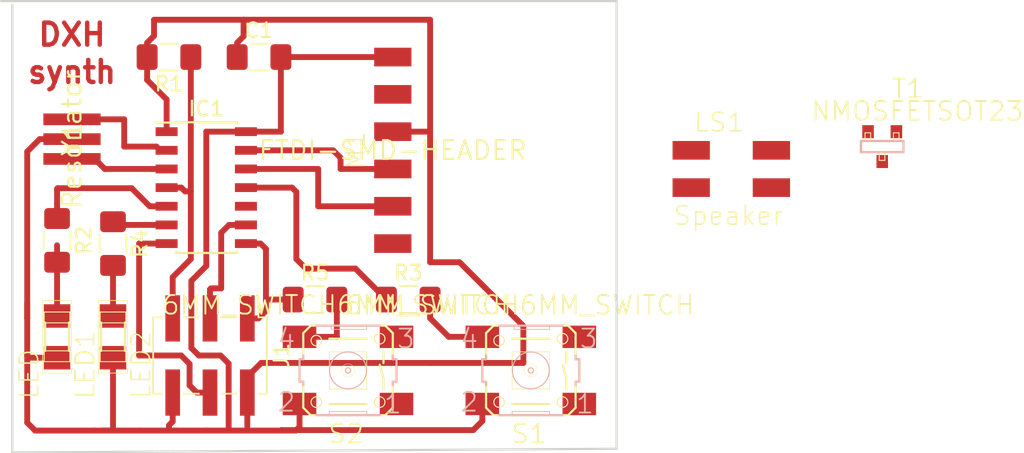
<source format=kicad_pcb>
(kicad_pcb (version 20171130) (host pcbnew 5.0.1)

  (general
    (thickness 1.6)
    (drawings 6)
    (tracks 130)
    (zones 0)
    (modules 16)
    (nets 26)
  )

  (page A4)
  (layers
    (0 F.Cu signal)
    (31 B.Cu signal)
    (32 B.Adhes user)
    (33 F.Adhes user)
    (34 B.Paste user)
    (35 F.Paste user)
    (36 B.SilkS user)
    (37 F.SilkS user)
    (38 B.Mask user)
    (39 F.Mask user hide)
    (40 Dwgs.User user)
    (41 Cmts.User user)
    (42 Eco1.User user)
    (43 Eco2.User user)
    (44 Edge.Cuts user)
    (45 Margin user)
    (46 B.CrtYd user)
    (47 F.CrtYd user)
    (48 B.Fab user)
    (49 F.Fab user)
  )

  (setup
    (last_trace_width 0.4)
    (trace_clearance 0.45)
    (zone_clearance 0.508)
    (zone_45_only no)
    (trace_min 0.2)
    (segment_width 0.2)
    (edge_width 0.15)
    (via_size 0.8)
    (via_drill 0.4)
    (via_min_size 0.4)
    (via_min_drill 0.3)
    (uvia_size 0.3)
    (uvia_drill 0.1)
    (uvias_allowed no)
    (uvia_min_size 0.2)
    (uvia_min_drill 0.1)
    (pcb_text_width 0.3)
    (pcb_text_size 1.5 1.5)
    (mod_edge_width 0.15)
    (mod_text_size 1 1)
    (mod_text_width 0.15)
    (pad_size 1.524 1.524)
    (pad_drill 0.762)
    (pad_to_mask_clearance 0.2)
    (solder_mask_min_width 0.25)
    (aux_axis_origin 0 0)
    (visible_elements 7FFFFFFF)
    (pcbplotparams
      (layerselection 0x010fc_ffffffff)
      (usegerberextensions false)
      (usegerberattributes false)
      (usegerberadvancedattributes false)
      (creategerberjobfile false)
      (excludeedgelayer true)
      (linewidth 0.100000)
      (plotframeref false)
      (viasonmask false)
      (mode 1)
      (useauxorigin false)
      (hpglpennumber 1)
      (hpglpenspeed 20)
      (hpglpendiameter 15.000000)
      (psnegative false)
      (psa4output false)
      (plotreference true)
      (plotvalue true)
      (plotinvisibletext false)
      (padsonsilk false)
      (subtractmaskfromsilk false)
      (outputformat 1)
      (mirror false)
      (drillshape 1)
      (scaleselection 1)
      (outputdirectory "./"))
  )

  (net 0 "")
  (net 1 +5V)
  (net 2 "Net-(IC1-Pad2)")
  (net 3 "Net-(IC1-Pad3)")
  (net 4 "Net-(IC1-Pad4)")
  (net 5 /LED1)
  (net 6 /SWITCH)
  (net 7 /MOSI)
  (net 8 /MISO)
  (net 9 /SCK)
  (net 10 "Net-(IC1-Pad10)")
  (net 11 "Net-(IC1-Pad12)")
  (net 12 "Net-(IC1-Pad13)")
  (net 13 "Net-(LED1-Pad1)")
  (net 14 "Net-(M1-Pad2)")
  (net 15 "Net-(M1-Pad6)")
  (net 16 "Net-(S1-Pad1)")
  (net 17 "Net-(S1-Pad3)")
  (net 18 "Net-(R3-Pad2)")
  (net 19 /LED2)
  (net 20 "Net-(LED2-Pad1)")
  (net 21 "Net-(R5-Pad2)")
  (net 22 "Net-(S2-Pad1)")
  (net 23 "Net-(S2-Pad3)")
  (net 24 "Net-(LS1-Pad1)")
  (net 25 "Net-(T1-Pad3)")

  (net_class Default "This is the default net class."
    (clearance 0.45)
    (trace_width 0.4)
    (via_dia 0.8)
    (via_drill 0.4)
    (uvia_dia 0.3)
    (uvia_drill 0.1)
    (diff_pair_gap 0.25)
    (diff_pair_width 0.4)
    (add_net +5V)
    (add_net /LED1)
    (add_net /LED2)
    (add_net /MISO)
    (add_net /MOSI)
    (add_net /SCK)
    (add_net /SWITCH)
    (add_net "Net-(IC1-Pad10)")
    (add_net "Net-(IC1-Pad12)")
    (add_net "Net-(IC1-Pad13)")
    (add_net "Net-(IC1-Pad2)")
    (add_net "Net-(IC1-Pad3)")
    (add_net "Net-(IC1-Pad4)")
    (add_net "Net-(LED1-Pad1)")
    (add_net "Net-(LED2-Pad1)")
    (add_net "Net-(LS1-Pad1)")
    (add_net "Net-(M1-Pad2)")
    (add_net "Net-(M1-Pad6)")
    (add_net "Net-(R3-Pad2)")
    (add_net "Net-(R5-Pad2)")
    (add_net "Net-(S1-Pad1)")
    (add_net "Net-(S1-Pad3)")
    (add_net "Net-(S2-Pad1)")
    (add_net "Net-(S2-Pad3)")
    (add_net "Net-(T1-Pad3)")
  )

  (module fab:fab-6MM_SWITCH (layer F.Cu) (tedit 200000) (tstamp 5BC2ACC3)
    (at 75.438 74.676 180)
    (descr "OMRON SWITCH")
    (tags "OMRON SWITCH")
    (path /5BB7076B)
    (attr smd)
    (fp_text reference S1 (at 0.127 -4.318 180) (layer F.SilkS)
      (effects (font (size 1.27 1.27) (thickness 0.127)))
    )
    (fp_text value 6MM_SWITCH6MM_SWITCH (at 0.762 4.445 180) (layer F.SilkS)
      (effects (font (size 1.27 1.27) (thickness 0.127)))
    )
    (fp_line (start 3.302 0.762) (end 3.048 0.762) (layer B.SilkS) (width 0.1524))
    (fp_line (start 3.302 0.762) (end 3.302 -0.762) (layer B.SilkS) (width 0.1524))
    (fp_line (start 3.048 -0.762) (end 3.302 -0.762) (layer B.SilkS) (width 0.1524))
    (fp_line (start 3.048 -1.016) (end 3.048 -2.54) (layer F.SilkS) (width 0.1524))
    (fp_line (start -3.302 -0.762) (end -3.048 -0.762) (layer B.SilkS) (width 0.1524))
    (fp_line (start -3.302 -0.762) (end -3.302 0.762) (layer B.SilkS) (width 0.1524))
    (fp_line (start -3.048 0.762) (end -3.302 0.762) (layer B.SilkS) (width 0.1524))
    (fp_line (start 3.048 -2.54) (end 2.54 -3.048) (layer F.SilkS) (width 0.1524))
    (fp_line (start 2.54 3.048) (end 3.048 2.54) (layer F.SilkS) (width 0.1524))
    (fp_line (start 3.048 2.54) (end 3.048 1.016) (layer F.SilkS) (width 0.1524))
    (fp_line (start -2.54 -3.048) (end -3.048 -2.54) (layer F.SilkS) (width 0.1524))
    (fp_line (start -3.048 -2.54) (end -3.048 -1.016) (layer F.SilkS) (width 0.1524))
    (fp_line (start -2.54 3.048) (end -3.048 2.54) (layer F.SilkS) (width 0.1524))
    (fp_line (start -3.048 2.54) (end -3.048 1.016) (layer F.SilkS) (width 0.1524))
    (fp_line (start -1.27 -1.27) (end -1.27 1.27) (layer F.SilkS) (width 0.0508))
    (fp_line (start 1.27 1.27) (end -1.27 1.27) (layer F.SilkS) (width 0.0508))
    (fp_line (start 1.27 1.27) (end 1.27 -1.27) (layer F.SilkS) (width 0.0508))
    (fp_line (start -1.27 -1.27) (end 1.27 -1.27) (layer F.SilkS) (width 0.0508))
    (fp_line (start -1.27 -3.048) (end -1.27 -2.794) (layer B.SilkS) (width 0.0508))
    (fp_line (start 1.27 -2.794) (end -1.27 -2.794) (layer B.SilkS) (width 0.0508))
    (fp_line (start 1.27 -2.794) (end 1.27 -3.048) (layer B.SilkS) (width 0.0508))
    (fp_line (start 1.143 2.794) (end -1.27 2.794) (layer B.SilkS) (width 0.0508))
    (fp_line (start 1.143 2.794) (end 1.143 3.048) (layer B.SilkS) (width 0.0508))
    (fp_line (start -1.27 2.794) (end -1.27 3.048) (layer B.SilkS) (width 0.0508))
    (fp_line (start 2.54 3.048) (end 2.159 3.048) (layer F.SilkS) (width 0.1524))
    (fp_line (start -2.54 3.048) (end -2.159 3.048) (layer F.SilkS) (width 0.1524))
    (fp_line (start -2.159 3.048) (end -1.27 3.048) (layer B.SilkS) (width 0.1524))
    (fp_line (start -2.54 -3.048) (end -2.159 -3.048) (layer F.SilkS) (width 0.1524))
    (fp_line (start 2.54 -3.048) (end 2.159 -3.048) (layer F.SilkS) (width 0.1524))
    (fp_line (start 2.159 -3.048) (end 1.27 -3.048) (layer B.SilkS) (width 0.1524))
    (fp_line (start 1.27 -3.048) (end -1.27 -3.048) (layer B.SilkS) (width 0.1524))
    (fp_line (start -1.27 -3.048) (end -2.159 -3.048) (layer B.SilkS) (width 0.1524))
    (fp_line (start -1.27 3.048) (end 1.143 3.048) (layer B.SilkS) (width 0.1524))
    (fp_line (start 1.143 3.048) (end 2.159 3.048) (layer B.SilkS) (width 0.1524))
    (fp_line (start 3.048 0.762) (end 3.048 1.016) (layer B.SilkS) (width 0.1524))
    (fp_line (start 3.048 -0.762) (end 3.048 -1.016) (layer B.SilkS) (width 0.1524))
    (fp_line (start -3.048 0.762) (end -3.048 1.016) (layer B.SilkS) (width 0.1524))
    (fp_line (start -3.048 -0.762) (end -3.048 -1.016) (layer B.SilkS) (width 0.1524))
    (fp_line (start -1.27 2.159) (end 1.27 2.159) (layer F.SilkS) (width 0.1524))
    (fp_line (start 1.27 -2.286) (end -1.27 -2.286) (layer F.SilkS) (width 0.1524))
    (fp_line (start -2.413 -1.27) (end -2.413 -0.508) (layer F.SilkS) (width 0.1524))
    (fp_line (start -2.413 0.508) (end -2.413 1.27) (layer F.SilkS) (width 0.1524))
    (fp_line (start -2.413 -0.508) (end -2.159 0.381) (layer F.SilkS) (width 0.1524))
    (fp_circle (center 0 0) (end -0.889 0.889) (layer B.SilkS) (width 0.0762))
    (fp_circle (center -2.159 2.159) (end -2.413 2.413) (layer F.SilkS) (width 0.0762))
    (fp_circle (center 2.159 2.032) (end 2.413 2.286) (layer F.SilkS) (width 0.0762))
    (fp_circle (center 2.159 -2.159) (end 2.413 -2.413) (layer F.SilkS) (width 0.0762))
    (fp_circle (center -2.159 -2.159) (end -2.413 -2.413) (layer F.SilkS) (width 0.0762))
    (fp_circle (center 0 0) (end -0.3175 0.3175) (layer F.SilkS) (width 0.0254))
    (fp_circle (center 0 0) (end -0.127 0.127) (layer B.SilkS) (width 0.0762))
    (fp_text user 1 (at -3.683 -2.286 180) (layer B.SilkS)
      (effects (font (size 1.27 1.27) (thickness 0.127)))
    )
    (fp_text user 2 (at 4.191 -2.159 180) (layer B.SilkS)
      (effects (font (size 1.27 1.27) (thickness 0.127)))
    )
    (fp_text user 3 (at -3.937 2.159 180) (layer B.SilkS)
      (effects (font (size 1.27 1.27) (thickness 0.127)))
    )
    (fp_text user 4 (at 4.191 2.159 180) (layer B.SilkS)
      (effects (font (size 1.27 1.27) (thickness 0.127)))
    )
    (pad 1 smd rect (at -3.302 -2.286 180) (size 2.286 1.524) (layers F.Cu F.Paste F.Mask)
      (net 16 "Net-(S1-Pad1)"))
    (pad 2 smd rect (at 3.302 -2.286 180) (size 2.286 1.524) (layers F.Cu F.Paste F.Mask)
      (net 1 +5V))
    (pad 3 smd rect (at -3.302 2.286 180) (size 2.286 1.524) (layers F.Cu F.Paste F.Mask)
      (net 17 "Net-(S1-Pad3)"))
    (pad 4 smd rect (at 3.302 2.286 180) (size 2.286 1.524) (layers F.Cu F.Paste F.Mask)
      (net 18 "Net-(R3-Pad2)"))
  )

  (module Package_SO:SOIC-14_3.9x8.7mm_P1.27mm (layer F.Cu) (tedit 5A02F2D3) (tstamp 5BB6B2C1)
    (at 53.34 62.23)
    (descr "14-Lead Plastic Small Outline (SL) - Narrow, 3.90 mm Body [SOIC] (see Microchip Packaging Specification 00000049BS.pdf)")
    (tags "SOIC 1.27")
    (path /5BB66B58)
    (attr smd)
    (fp_text reference IC1 (at 0 -5.375) (layer F.SilkS)
      (effects (font (size 1 1) (thickness 0.15)))
    )
    (fp_text value t44 (at 0 5.375) (layer F.Fab)
      (effects (font (size 1 1) (thickness 0.15)))
    )
    (fp_text user %R (at 0 0) (layer F.Fab)
      (effects (font (size 0.9 0.9) (thickness 0.135)))
    )
    (fp_line (start -0.95 -4.35) (end 1.95 -4.35) (layer F.Fab) (width 0.15))
    (fp_line (start 1.95 -4.35) (end 1.95 4.35) (layer F.Fab) (width 0.15))
    (fp_line (start 1.95 4.35) (end -1.95 4.35) (layer F.Fab) (width 0.15))
    (fp_line (start -1.95 4.35) (end -1.95 -3.35) (layer F.Fab) (width 0.15))
    (fp_line (start -1.95 -3.35) (end -0.95 -4.35) (layer F.Fab) (width 0.15))
    (fp_line (start -3.7 -4.65) (end -3.7 4.65) (layer F.CrtYd) (width 0.05))
    (fp_line (start 3.7 -4.65) (end 3.7 4.65) (layer F.CrtYd) (width 0.05))
    (fp_line (start -3.7 -4.65) (end 3.7 -4.65) (layer F.CrtYd) (width 0.05))
    (fp_line (start -3.7 4.65) (end 3.7 4.65) (layer F.CrtYd) (width 0.05))
    (fp_line (start -2.075 -4.45) (end -2.075 -4.425) (layer F.SilkS) (width 0.15))
    (fp_line (start 2.075 -4.45) (end 2.075 -4.335) (layer F.SilkS) (width 0.15))
    (fp_line (start 2.075 4.45) (end 2.075 4.335) (layer F.SilkS) (width 0.15))
    (fp_line (start -2.075 4.45) (end -2.075 4.335) (layer F.SilkS) (width 0.15))
    (fp_line (start -2.075 -4.45) (end 2.075 -4.45) (layer F.SilkS) (width 0.15))
    (fp_line (start -2.075 4.45) (end 2.075 4.45) (layer F.SilkS) (width 0.15))
    (fp_line (start -2.075 -4.425) (end -3.45 -4.425) (layer F.SilkS) (width 0.15))
    (pad 1 smd rect (at -2.7 -3.81) (size 1.5 0.6) (layers F.Cu F.Paste F.Mask)
      (net 1 +5V))
    (pad 2 smd rect (at -2.7 -2.54) (size 1.5 0.6) (layers F.Cu F.Paste F.Mask)
      (net 2 "Net-(IC1-Pad2)"))
    (pad 3 smd rect (at -2.7 -1.27) (size 1.5 0.6) (layers F.Cu F.Paste F.Mask)
      (net 3 "Net-(IC1-Pad3)"))
    (pad 4 smd rect (at -2.7 0) (size 1.5 0.6) (layers F.Cu F.Paste F.Mask)
      (net 4 "Net-(IC1-Pad4)"))
    (pad 5 smd rect (at -2.7 1.27) (size 1.5 0.6) (layers F.Cu F.Paste F.Mask)
      (net 5 /LED1))
    (pad 6 smd rect (at -2.7 2.54) (size 1.5 0.6) (layers F.Cu F.Paste F.Mask)
      (net 19 /LED2))
    (pad 7 smd rect (at -2.7 3.81) (size 1.5 0.6) (layers F.Cu F.Paste F.Mask)
      (net 7 /MOSI))
    (pad 8 smd rect (at 2.7 3.81) (size 1.5 0.6) (layers F.Cu F.Paste F.Mask)
      (net 8 /MISO))
    (pad 9 smd rect (at 2.7 2.54) (size 1.5 0.6) (layers F.Cu F.Paste F.Mask)
      (net 9 /SCK))
    (pad 10 smd rect (at 2.7 1.27) (size 1.5 0.6) (layers F.Cu F.Paste F.Mask)
      (net 10 "Net-(IC1-Pad10)"))
    (pad 11 smd rect (at 2.7 0) (size 1.5 0.6) (layers F.Cu F.Paste F.Mask)
      (net 6 /SWITCH))
    (pad 12 smd rect (at 2.7 -1.27) (size 1.5 0.6) (layers F.Cu F.Paste F.Mask)
      (net 11 "Net-(IC1-Pad12)"))
    (pad 13 smd rect (at 2.7 -2.54) (size 1.5 0.6) (layers F.Cu F.Paste F.Mask)
      (net 12 "Net-(IC1-Pad13)"))
    (pad 14 smd rect (at 2.7 -3.81) (size 1.5 0.6) (layers F.Cu F.Paste F.Mask)
      (net 1 +5V))
    (model ${KISYS3DMOD}/Package_SO.3dshapes/SOIC-14_3.9x8.7mm_P1.27mm.wrl
      (at (xyz 0 0 0))
      (scale (xyz 1 1 1))
      (rotate (xyz 0 0 0))
    )
  )

  (module Capacitor_SMD:C_1206_3216Metric_Pad1.42x1.75mm_HandSolder (layer F.Cu) (tedit 5B301BBE) (tstamp 5BC2AC14)
    (at 56.9325 53.34)
    (descr "Capacitor SMD 1206 (3216 Metric), square (rectangular) end terminal, IPC_7351 nominal with elongated pad for handsoldering. (Body size source: http://www.tortai-tech.com/upload/download/2011102023233369053.pdf), generated with kicad-footprint-generator")
    (tags "capacitor handsolder")
    (path /5BB665F6)
    (attr smd)
    (fp_text reference C1 (at 0 -1.82) (layer F.SilkS)
      (effects (font (size 1 1) (thickness 0.15)))
    )
    (fp_text value "1 uF" (at 0 1.82) (layer F.Fab)
      (effects (font (size 1 1) (thickness 0.15)))
    )
    (fp_line (start -1.6 0.8) (end -1.6 -0.8) (layer F.Fab) (width 0.1))
    (fp_line (start -1.6 -0.8) (end 1.6 -0.8) (layer F.Fab) (width 0.1))
    (fp_line (start 1.6 -0.8) (end 1.6 0.8) (layer F.Fab) (width 0.1))
    (fp_line (start 1.6 0.8) (end -1.6 0.8) (layer F.Fab) (width 0.1))
    (fp_line (start -0.602064 -0.91) (end 0.602064 -0.91) (layer F.SilkS) (width 0.12))
    (fp_line (start -0.602064 0.91) (end 0.602064 0.91) (layer F.SilkS) (width 0.12))
    (fp_line (start -2.45 1.12) (end -2.45 -1.12) (layer F.CrtYd) (width 0.05))
    (fp_line (start -2.45 -1.12) (end 2.45 -1.12) (layer F.CrtYd) (width 0.05))
    (fp_line (start 2.45 -1.12) (end 2.45 1.12) (layer F.CrtYd) (width 0.05))
    (fp_line (start 2.45 1.12) (end -2.45 1.12) (layer F.CrtYd) (width 0.05))
    (fp_text user %R (at 0 0) (layer F.Fab)
      (effects (font (size 0.8 0.8) (thickness 0.12)))
    )
    (pad 1 smd roundrect (at -1.4875 0) (size 1.425 1.75) (layers F.Cu F.Paste F.Mask) (roundrect_rratio 0.175439)
      (net 1 +5V))
    (pad 2 smd roundrect (at 1.4875 0) (size 1.425 1.75) (layers F.Cu F.Paste F.Mask) (roundrect_rratio 0.175439)
      (net 1 +5V))
    (model ${KISYS3DMOD}/Capacitor_SMD.3dshapes/C_1206_3216Metric.wrl
      (at (xyz 0 0 0))
      (scale (xyz 1 1 1))
      (rotate (xyz 0 0 0))
    )
  )

  (module Connector_PinHeader_2.54mm:PinHeader_2x03_P2.54mm_Vertical_SMD (layer F.Cu) (tedit 59FED5CC) (tstamp 5BC2AC45)
    (at 53.594 73.66 270)
    (descr "surface-mounted straight pin header, 2x03, 2.54mm pitch, double rows")
    (tags "Surface mounted pin header SMD 2x03 2.54mm double row")
    (path /5BB66480)
    (attr smd)
    (fp_text reference J1 (at 0 -4.87 270) (layer F.SilkS)
      (effects (font (size 1 1) (thickness 0.15)))
    )
    (fp_text value AVR-ISP-6 (at 0 4.87 270) (layer F.Fab)
      (effects (font (size 1 1) (thickness 0.15)))
    )
    (fp_line (start 2.54 3.81) (end -2.54 3.81) (layer F.Fab) (width 0.1))
    (fp_line (start -1.59 -3.81) (end 2.54 -3.81) (layer F.Fab) (width 0.1))
    (fp_line (start -2.54 3.81) (end -2.54 -2.86) (layer F.Fab) (width 0.1))
    (fp_line (start -2.54 -2.86) (end -1.59 -3.81) (layer F.Fab) (width 0.1))
    (fp_line (start 2.54 -3.81) (end 2.54 3.81) (layer F.Fab) (width 0.1))
    (fp_line (start -2.54 -2.86) (end -3.6 -2.86) (layer F.Fab) (width 0.1))
    (fp_line (start -3.6 -2.86) (end -3.6 -2.22) (layer F.Fab) (width 0.1))
    (fp_line (start -3.6 -2.22) (end -2.54 -2.22) (layer F.Fab) (width 0.1))
    (fp_line (start 2.54 -2.86) (end 3.6 -2.86) (layer F.Fab) (width 0.1))
    (fp_line (start 3.6 -2.86) (end 3.6 -2.22) (layer F.Fab) (width 0.1))
    (fp_line (start 3.6 -2.22) (end 2.54 -2.22) (layer F.Fab) (width 0.1))
    (fp_line (start -2.54 -0.32) (end -3.6 -0.32) (layer F.Fab) (width 0.1))
    (fp_line (start -3.6 -0.32) (end -3.6 0.32) (layer F.Fab) (width 0.1))
    (fp_line (start -3.6 0.32) (end -2.54 0.32) (layer F.Fab) (width 0.1))
    (fp_line (start 2.54 -0.32) (end 3.6 -0.32) (layer F.Fab) (width 0.1))
    (fp_line (start 3.6 -0.32) (end 3.6 0.32) (layer F.Fab) (width 0.1))
    (fp_line (start 3.6 0.32) (end 2.54 0.32) (layer F.Fab) (width 0.1))
    (fp_line (start -2.54 2.22) (end -3.6 2.22) (layer F.Fab) (width 0.1))
    (fp_line (start -3.6 2.22) (end -3.6 2.86) (layer F.Fab) (width 0.1))
    (fp_line (start -3.6 2.86) (end -2.54 2.86) (layer F.Fab) (width 0.1))
    (fp_line (start 2.54 2.22) (end 3.6 2.22) (layer F.Fab) (width 0.1))
    (fp_line (start 3.6 2.22) (end 3.6 2.86) (layer F.Fab) (width 0.1))
    (fp_line (start 3.6 2.86) (end 2.54 2.86) (layer F.Fab) (width 0.1))
    (fp_line (start -2.6 -3.87) (end 2.6 -3.87) (layer F.SilkS) (width 0.12))
    (fp_line (start -2.6 3.87) (end 2.6 3.87) (layer F.SilkS) (width 0.12))
    (fp_line (start -4.04 -3.3) (end -2.6 -3.3) (layer F.SilkS) (width 0.12))
    (fp_line (start -2.6 -3.87) (end -2.6 -3.3) (layer F.SilkS) (width 0.12))
    (fp_line (start 2.6 -3.87) (end 2.6 -3.3) (layer F.SilkS) (width 0.12))
    (fp_line (start -2.6 3.3) (end -2.6 3.87) (layer F.SilkS) (width 0.12))
    (fp_line (start 2.6 3.3) (end 2.6 3.87) (layer F.SilkS) (width 0.12))
    (fp_line (start -2.6 -1.78) (end -2.6 -0.76) (layer F.SilkS) (width 0.12))
    (fp_line (start 2.6 -1.78) (end 2.6 -0.76) (layer F.SilkS) (width 0.12))
    (fp_line (start -2.6 0.76) (end -2.6 1.78) (layer F.SilkS) (width 0.12))
    (fp_line (start 2.6 0.76) (end 2.6 1.78) (layer F.SilkS) (width 0.12))
    (fp_line (start -5.9 -4.35) (end -5.9 4.35) (layer F.CrtYd) (width 0.05))
    (fp_line (start -5.9 4.35) (end 5.9 4.35) (layer F.CrtYd) (width 0.05))
    (fp_line (start 5.9 4.35) (end 5.9 -4.35) (layer F.CrtYd) (width 0.05))
    (fp_line (start 5.9 -4.35) (end -5.9 -4.35) (layer F.CrtYd) (width 0.05))
    (fp_text user %R (at 0 0) (layer F.Fab)
      (effects (font (size 1 1) (thickness 0.15)))
    )
    (pad 1 smd rect (at -2.525 -2.54 270) (size 3.15 1) (layers F.Cu F.Paste F.Mask)
      (net 8 /MISO))
    (pad 2 smd rect (at 2.525 -2.54 270) (size 3.15 1) (layers F.Cu F.Paste F.Mask)
      (net 1 +5V))
    (pad 3 smd rect (at -2.525 0 270) (size 3.15 1) (layers F.Cu F.Paste F.Mask)
      (net 9 /SCK))
    (pad 4 smd rect (at 2.525 0 270) (size 3.15 1) (layers F.Cu F.Paste F.Mask)
      (net 7 /MOSI))
    (pad 5 smd rect (at -2.525 2.54 270) (size 3.15 1) (layers F.Cu F.Paste F.Mask)
      (net 4 "Net-(IC1-Pad4)"))
    (pad 6 smd rect (at 2.525 2.54 270) (size 3.15 1) (layers F.Cu F.Paste F.Mask)
      (net 1 +5V))
    (model ${KISYS3DMOD}/Connector_PinHeader_2.54mm.3dshapes/PinHeader_2x03_P2.54mm_Vertical_SMD.wrl
      (at (xyz 0 0 0))
      (scale (xyz 1 1 1))
      (rotate (xyz 0 0 0))
    )
  )

  (module fab:fab-LED1206 (layer F.Cu) (tedit 5BB7D3BE) (tstamp 5BC2AC59)
    (at 43.18 72.39 270)
    (descr "LED 1206 PADS (STANDARD PATTERN)")
    (tags "LED 1206 PADS (STANDARD PATTERN)")
    (path /5BB6E9C2)
    (attr smd)
    (fp_text reference LED1 (at 1.905 -1.905 270) (layer F.SilkS)
      (effects (font (size 1.27 1.27) (thickness 0.1016)))
    )
    (fp_text value LED (at 2.54 1.905 270) (layer F.SilkS)
      (effects (font (size 1.27 1.27) (thickness 0.1016)))
    )
    (fp_line (start -1.6891 0.8763) (end -0.9525 0.8763) (layer F.SilkS) (width 0.06604))
    (fp_line (start -0.9525 0.8763) (end -0.9525 -0.8763) (layer F.SilkS) (width 0.06604))
    (fp_line (start -1.6891 -0.8763) (end -0.9525 -0.8763) (layer F.SilkS) (width 0.06604))
    (fp_line (start -1.6891 0.8763) (end -1.6891 -0.8763) (layer F.SilkS) (width 0.06604))
    (fp_line (start 0.9525 0.8763) (end 1.6891 0.8763) (layer F.SilkS) (width 0.06604))
    (fp_line (start 1.6891 0.8763) (end 1.6891 -0.8763) (layer F.SilkS) (width 0.06604))
    (fp_line (start 0.9525 -0.8763) (end 1.6891 -0.8763) (layer F.SilkS) (width 0.06604))
    (fp_line (start 0.9525 0.8763) (end 0.9525 -0.8763) (layer F.SilkS) (width 0.06604))
    (fp_line (start 0.9525 0.8128) (end -0.9652 0.8128) (layer F.SilkS) (width 0.1524))
    (fp_line (start 0.9525 -0.8128) (end -0.9652 -0.8128) (layer F.SilkS) (width 0.1524))
    (fp_line (start -2.47142 -0.98298) (end 2.47142 -0.98298) (layer F.SilkS) (width 0.0508))
    (fp_line (start 2.47142 -0.98298) (end 2.47142 0.98298) (layer F.SilkS) (width 0.0508))
    (fp_line (start 2.47142 0.98298) (end -2.47142 0.98298) (layer F.SilkS) (width 0.0508))
    (fp_line (start -2.47142 0.98298) (end -2.47142 -0.98298) (layer F.SilkS) (width 0.0508))
    (pad 1 smd rect (at -1.41986 0 270) (size 1.59766 1.80086) (layers F.Cu F.Paste F.Mask)
      (net 13 "Net-(LED1-Pad1)"))
    (pad 2 smd rect (at 1.41986 0 270) (size 1.59766 1.80086) (layers F.Cu F.Paste F.Mask)
      (net 1 +5V))
  )

  (module fab:fab-1X06SMD (layer F.Cu) (tedit 200000) (tstamp 5BC2AC63)
    (at 66.04 59.69)
    (path /5BB6A60E)
    (attr smd)
    (fp_text reference M1 (at -2.54 0 90) (layer F.SilkS)
      (effects (font (size 1.27 1.27) (thickness 0.1016)))
    )
    (fp_text value FTDI-SMD-HEADER (at 0 0) (layer F.SilkS)
      (effects (font (size 1.27 1.27) (thickness 0.15)))
    )
    (pad 1 smd rect (at 0 -6.35) (size 2.54 1.27) (layers F.Cu F.Paste F.Mask)
      (net 1 +5V))
    (pad 2 smd rect (at 0 -3.81) (size 2.54 1.27) (layers F.Cu F.Paste F.Mask)
      (net 14 "Net-(M1-Pad2)"))
    (pad 3 smd rect (at 0 -1.27) (size 2.54 1.27) (layers F.Cu F.Paste F.Mask)
      (net 1 +5V))
    (pad 4 smd rect (at 0 1.27) (size 2.54 1.27) (layers F.Cu F.Paste F.Mask)
      (net 12 "Net-(IC1-Pad13)"))
    (pad 5 smd rect (at 0 3.81) (size 2.54 1.27) (layers F.Cu F.Paste F.Mask)
      (net 11 "Net-(IC1-Pad12)"))
    (pad 6 smd rect (at 0 6.35) (size 2.54 1.27) (layers F.Cu F.Paste F.Mask)
      (net 15 "Net-(M1-Pad6)"))
  )

  (module Resistor_SMD:R_1206_3216Metric_Pad1.42x1.75mm_HandSolder (layer F.Cu) (tedit 5B301BBD) (tstamp 5BC2AC74)
    (at 50.8 53.34 180)
    (descr "Resistor SMD 1206 (3216 Metric), square (rectangular) end terminal, IPC_7351 nominal with elongated pad for handsoldering. (Body size source: http://www.tortai-tech.com/upload/download/2011102023233369053.pdf), generated with kicad-footprint-generator")
    (tags "resistor handsolder")
    (path /5BB652E2)
    (attr smd)
    (fp_text reference R1 (at 0 -1.82 180) (layer F.SilkS)
      (effects (font (size 1 1) (thickness 0.15)))
    )
    (fp_text value 10k (at 0 1.82 180) (layer F.Fab)
      (effects (font (size 1 1) (thickness 0.15)))
    )
    (fp_line (start -1.6 0.8) (end -1.6 -0.8) (layer F.Fab) (width 0.1))
    (fp_line (start -1.6 -0.8) (end 1.6 -0.8) (layer F.Fab) (width 0.1))
    (fp_line (start 1.6 -0.8) (end 1.6 0.8) (layer F.Fab) (width 0.1))
    (fp_line (start 1.6 0.8) (end -1.6 0.8) (layer F.Fab) (width 0.1))
    (fp_line (start -0.602064 -0.91) (end 0.602064 -0.91) (layer F.SilkS) (width 0.12))
    (fp_line (start -0.602064 0.91) (end 0.602064 0.91) (layer F.SilkS) (width 0.12))
    (fp_line (start -2.45 1.12) (end -2.45 -1.12) (layer F.CrtYd) (width 0.05))
    (fp_line (start -2.45 -1.12) (end 2.45 -1.12) (layer F.CrtYd) (width 0.05))
    (fp_line (start 2.45 -1.12) (end 2.45 1.12) (layer F.CrtYd) (width 0.05))
    (fp_line (start 2.45 1.12) (end -2.45 1.12) (layer F.CrtYd) (width 0.05))
    (fp_text user %R (at 0 0 180) (layer F.Fab)
      (effects (font (size 0.8 0.8) (thickness 0.12)))
    )
    (pad 1 smd roundrect (at -1.4875 0 180) (size 1.425 1.75) (layers F.Cu F.Paste F.Mask) (roundrect_rratio 0.175439)
      (net 4 "Net-(IC1-Pad4)"))
    (pad 2 smd roundrect (at 1.4875 0 180) (size 1.425 1.75) (layers F.Cu F.Paste F.Mask) (roundrect_rratio 0.175439)
      (net 1 +5V))
    (model ${KISYS3DMOD}/Resistor_SMD.3dshapes/R_1206_3216Metric.wrl
      (at (xyz 0 0 0))
      (scale (xyz 1 1 1))
      (rotate (xyz 0 0 0))
    )
  )

  (module Resistor_SMD:R_1206_3216Metric_Pad1.42x1.75mm_HandSolder (layer F.Cu) (tedit 5B301BBD) (tstamp 5BC2AC85)
    (at 43.18 65.8225 270)
    (descr "Resistor SMD 1206 (3216 Metric), square (rectangular) end terminal, IPC_7351 nominal with elongated pad for handsoldering. (Body size source: http://www.tortai-tech.com/upload/download/2011102023233369053.pdf), generated with kicad-footprint-generator")
    (tags "resistor handsolder")
    (path /5BB6EA41)
    (attr smd)
    (fp_text reference R2 (at 0 -1.82 270) (layer F.SilkS)
      (effects (font (size 1 1) (thickness 0.15)))
    )
    (fp_text value 100k (at 0 1.82 270) (layer F.Fab)
      (effects (font (size 1 1) (thickness 0.15)))
    )
    (fp_text user %R (at 0 0 270) (layer F.Fab)
      (effects (font (size 0.8 0.8) (thickness 0.12)))
    )
    (fp_line (start 2.45 1.12) (end -2.45 1.12) (layer F.CrtYd) (width 0.05))
    (fp_line (start 2.45 -1.12) (end 2.45 1.12) (layer F.CrtYd) (width 0.05))
    (fp_line (start -2.45 -1.12) (end 2.45 -1.12) (layer F.CrtYd) (width 0.05))
    (fp_line (start -2.45 1.12) (end -2.45 -1.12) (layer F.CrtYd) (width 0.05))
    (fp_line (start -0.602064 0.91) (end 0.602064 0.91) (layer F.SilkS) (width 0.12))
    (fp_line (start -0.602064 -0.91) (end 0.602064 -0.91) (layer F.SilkS) (width 0.12))
    (fp_line (start 1.6 0.8) (end -1.6 0.8) (layer F.Fab) (width 0.1))
    (fp_line (start 1.6 -0.8) (end 1.6 0.8) (layer F.Fab) (width 0.1))
    (fp_line (start -1.6 -0.8) (end 1.6 -0.8) (layer F.Fab) (width 0.1))
    (fp_line (start -1.6 0.8) (end -1.6 -0.8) (layer F.Fab) (width 0.1))
    (pad 2 smd roundrect (at 1.4875 0 270) (size 1.425 1.75) (layers F.Cu F.Paste F.Mask) (roundrect_rratio 0.175439)
      (net 13 "Net-(LED1-Pad1)"))
    (pad 1 smd roundrect (at -1.4875 0 270) (size 1.425 1.75) (layers F.Cu F.Paste F.Mask) (roundrect_rratio 0.175439)
      (net 5 /LED1))
    (model ${KISYS3DMOD}/Resistor_SMD.3dshapes/R_1206_3216Metric.wrl
      (at (xyz 0 0 0))
      (scale (xyz 1 1 1))
      (rotate (xyz 0 0 0))
    )
  )

  (module fab:fab-EFOBM (layer F.Cu) (tedit 200000) (tstamp 5BC2ACCA)
    (at 44.196 58.928 270)
    (path /5BB680EC)
    (attr smd)
    (fp_text reference Y1 (at 0 0 270) (layer F.SilkS)
      (effects (font (size 1.27 1.27) (thickness 0.15)))
    )
    (fp_text value Resonator (at 0 0 270) (layer F.SilkS)
      (effects (font (size 1.27 1.27) (thickness 0.15)))
    )
    (pad 1 smd rect (at -1.34874 0) (size 3.8989 0.79756) (layers F.Cu F.Paste F.Mask)
      (net 2 "Net-(IC1-Pad2)"))
    (pad 2 smd rect (at 0 0 180) (size 3.8989 0.79756) (layers F.Cu F.Paste F.Mask)
      (net 1 +5V))
    (pad 3 smd rect (at 1.34874 0 180) (size 3.8989 0.79756) (layers F.Cu F.Paste F.Mask)
      (net 3 "Net-(IC1-Pad3)"))
  )

  (module Resistor_SMD:R_1206_3216Metric_Pad1.42x1.75mm_HandSolder (layer F.Cu) (tedit 5B301BBD) (tstamp 5BC3EBBF)
    (at 67.0925 69.85)
    (descr "Resistor SMD 1206 (3216 Metric), square (rectangular) end terminal, IPC_7351 nominal with elongated pad for handsoldering. (Body size source: http://www.tortai-tech.com/upload/download/2011102023233369053.pdf), generated with kicad-footprint-generator")
    (tags "resistor handsolder")
    (path /5BB8B977)
    (attr smd)
    (fp_text reference R3 (at 0 -1.82) (layer F.SilkS)
      (effects (font (size 1 1) (thickness 0.15)))
    )
    (fp_text value 100k (at 0 1.82) (layer F.Fab)
      (effects (font (size 1 1) (thickness 0.15)))
    )
    (fp_line (start -1.6 0.8) (end -1.6 -0.8) (layer F.Fab) (width 0.1))
    (fp_line (start -1.6 -0.8) (end 1.6 -0.8) (layer F.Fab) (width 0.1))
    (fp_line (start 1.6 -0.8) (end 1.6 0.8) (layer F.Fab) (width 0.1))
    (fp_line (start 1.6 0.8) (end -1.6 0.8) (layer F.Fab) (width 0.1))
    (fp_line (start -0.602064 -0.91) (end 0.602064 -0.91) (layer F.SilkS) (width 0.12))
    (fp_line (start -0.602064 0.91) (end 0.602064 0.91) (layer F.SilkS) (width 0.12))
    (fp_line (start -2.45 1.12) (end -2.45 -1.12) (layer F.CrtYd) (width 0.05))
    (fp_line (start -2.45 -1.12) (end 2.45 -1.12) (layer F.CrtYd) (width 0.05))
    (fp_line (start 2.45 -1.12) (end 2.45 1.12) (layer F.CrtYd) (width 0.05))
    (fp_line (start 2.45 1.12) (end -2.45 1.12) (layer F.CrtYd) (width 0.05))
    (fp_text user %R (at 0 0) (layer F.Fab)
      (effects (font (size 0.8 0.8) (thickness 0.12)))
    )
    (pad 1 smd roundrect (at -1.4875 0) (size 1.425 1.75) (layers F.Cu F.Paste F.Mask) (roundrect_rratio 0.175439)
      (net 6 /SWITCH))
    (pad 2 smd roundrect (at 1.4875 0) (size 1.425 1.75) (layers F.Cu F.Paste F.Mask) (roundrect_rratio 0.175439)
      (net 18 "Net-(R3-Pad2)"))
    (model ${KISYS3DMOD}/Resistor_SMD.3dshapes/R_1206_3216Metric.wrl
      (at (xyz 0 0 0))
      (scale (xyz 1 1 1))
      (rotate (xyz 0 0 0))
    )
  )

  (module fab:fab-LED1206 (layer F.Cu) (tedit 200000) (tstamp 5BDFDCDD)
    (at 46.99 72.39 270)
    (descr "LED 1206 PADS (STANDARD PATTERN)")
    (tags "LED 1206 PADS (STANDARD PATTERN)")
    (path /5BD4E9C7)
    (attr smd)
    (fp_text reference LED2 (at 1.905 -1.905 270) (layer F.SilkS)
      (effects (font (size 1.27 1.27) (thickness 0.1016)))
    )
    (fp_text value LED (at 2.54 1.905 270) (layer F.SilkS)
      (effects (font (size 1.27 1.27) (thickness 0.1016)))
    )
    (fp_line (start -1.6891 0.8763) (end -0.9525 0.8763) (layer F.SilkS) (width 0.06604))
    (fp_line (start -0.9525 0.8763) (end -0.9525 -0.8763) (layer F.SilkS) (width 0.06604))
    (fp_line (start -1.6891 -0.8763) (end -0.9525 -0.8763) (layer F.SilkS) (width 0.06604))
    (fp_line (start -1.6891 0.8763) (end -1.6891 -0.8763) (layer F.SilkS) (width 0.06604))
    (fp_line (start 0.9525 0.8763) (end 1.6891 0.8763) (layer F.SilkS) (width 0.06604))
    (fp_line (start 1.6891 0.8763) (end 1.6891 -0.8763) (layer F.SilkS) (width 0.06604))
    (fp_line (start 0.9525 -0.8763) (end 1.6891 -0.8763) (layer F.SilkS) (width 0.06604))
    (fp_line (start 0.9525 0.8763) (end 0.9525 -0.8763) (layer F.SilkS) (width 0.06604))
    (fp_line (start 0.9525 0.8128) (end -0.9652 0.8128) (layer F.SilkS) (width 0.1524))
    (fp_line (start 0.9525 -0.8128) (end -0.9652 -0.8128) (layer F.SilkS) (width 0.1524))
    (fp_line (start -2.47142 -0.98298) (end 2.47142 -0.98298) (layer F.SilkS) (width 0.0508))
    (fp_line (start 2.47142 -0.98298) (end 2.47142 0.98298) (layer F.SilkS) (width 0.0508))
    (fp_line (start 2.47142 0.98298) (end -2.47142 0.98298) (layer F.SilkS) (width 0.0508))
    (fp_line (start -2.47142 0.98298) (end -2.47142 -0.98298) (layer F.SilkS) (width 0.0508))
    (pad 1 smd rect (at -1.41986 0 270) (size 1.59766 1.80086) (layers F.Cu F.Paste F.Mask)
      (net 20 "Net-(LED2-Pad1)"))
    (pad 2 smd rect (at 1.41986 0 270) (size 1.59766 1.80086) (layers F.Cu F.Paste F.Mask)
      (net 1 +5V))
  )

  (module Resistor_SMD:R_1206_3216Metric_Pad1.42x1.75mm_HandSolder (layer F.Cu) (tedit 5B301BBD) (tstamp 5BDFDCEE)
    (at 46.99 66.04 270)
    (descr "Resistor SMD 1206 (3216 Metric), square (rectangular) end terminal, IPC_7351 nominal with elongated pad for handsoldering. (Body size source: http://www.tortai-tech.com/upload/download/2011102023233369053.pdf), generated with kicad-footprint-generator")
    (tags "resistor handsolder")
    (path /5BD4E9CE)
    (attr smd)
    (fp_text reference R4 (at 0 -1.82 270) (layer F.SilkS)
      (effects (font (size 1 1) (thickness 0.15)))
    )
    (fp_text value 100k (at 0 1.82 270) (layer F.Fab)
      (effects (font (size 1 1) (thickness 0.15)))
    )
    (fp_line (start -1.6 0.8) (end -1.6 -0.8) (layer F.Fab) (width 0.1))
    (fp_line (start -1.6 -0.8) (end 1.6 -0.8) (layer F.Fab) (width 0.1))
    (fp_line (start 1.6 -0.8) (end 1.6 0.8) (layer F.Fab) (width 0.1))
    (fp_line (start 1.6 0.8) (end -1.6 0.8) (layer F.Fab) (width 0.1))
    (fp_line (start -0.602064 -0.91) (end 0.602064 -0.91) (layer F.SilkS) (width 0.12))
    (fp_line (start -0.602064 0.91) (end 0.602064 0.91) (layer F.SilkS) (width 0.12))
    (fp_line (start -2.45 1.12) (end -2.45 -1.12) (layer F.CrtYd) (width 0.05))
    (fp_line (start -2.45 -1.12) (end 2.45 -1.12) (layer F.CrtYd) (width 0.05))
    (fp_line (start 2.45 -1.12) (end 2.45 1.12) (layer F.CrtYd) (width 0.05))
    (fp_line (start 2.45 1.12) (end -2.45 1.12) (layer F.CrtYd) (width 0.05))
    (fp_text user %R (at 0 0 270) (layer F.Fab)
      (effects (font (size 0.8 0.8) (thickness 0.12)))
    )
    (pad 1 smd roundrect (at -1.4875 0 270) (size 1.425 1.75) (layers F.Cu F.Paste F.Mask) (roundrect_rratio 0.175439)
      (net 19 /LED2))
    (pad 2 smd roundrect (at 1.4875 0 270) (size 1.425 1.75) (layers F.Cu F.Paste F.Mask) (roundrect_rratio 0.175439)
      (net 20 "Net-(LED2-Pad1)"))
    (model ${KISYS3DMOD}/Resistor_SMD.3dshapes/R_1206_3216Metric.wrl
      (at (xyz 0 0 0))
      (scale (xyz 1 1 1))
      (rotate (xyz 0 0 0))
    )
  )

  (module Resistor_SMD:R_1206_3216Metric_Pad1.42x1.75mm_HandSolder (layer F.Cu) (tedit 5B301BBD) (tstamp 5BDFDCFF)
    (at 60.7425 69.85)
    (descr "Resistor SMD 1206 (3216 Metric), square (rectangular) end terminal, IPC_7351 nominal with elongated pad for handsoldering. (Body size source: http://www.tortai-tech.com/upload/download/2011102023233369053.pdf), generated with kicad-footprint-generator")
    (tags "resistor handsolder")
    (path /5BD4F77E)
    (attr smd)
    (fp_text reference R5 (at 0 -1.82) (layer F.SilkS)
      (effects (font (size 1 1) (thickness 0.15)))
    )
    (fp_text value 100k (at 0 1.82) (layer F.Fab)
      (effects (font (size 1 1) (thickness 0.15)))
    )
    (fp_text user %R (at 0 0) (layer F.Fab)
      (effects (font (size 0.8 0.8) (thickness 0.12)))
    )
    (fp_line (start 2.45 1.12) (end -2.45 1.12) (layer F.CrtYd) (width 0.05))
    (fp_line (start 2.45 -1.12) (end 2.45 1.12) (layer F.CrtYd) (width 0.05))
    (fp_line (start -2.45 -1.12) (end 2.45 -1.12) (layer F.CrtYd) (width 0.05))
    (fp_line (start -2.45 1.12) (end -2.45 -1.12) (layer F.CrtYd) (width 0.05))
    (fp_line (start -0.602064 0.91) (end 0.602064 0.91) (layer F.SilkS) (width 0.12))
    (fp_line (start -0.602064 -0.91) (end 0.602064 -0.91) (layer F.SilkS) (width 0.12))
    (fp_line (start 1.6 0.8) (end -1.6 0.8) (layer F.Fab) (width 0.1))
    (fp_line (start 1.6 -0.8) (end 1.6 0.8) (layer F.Fab) (width 0.1))
    (fp_line (start -1.6 -0.8) (end 1.6 -0.8) (layer F.Fab) (width 0.1))
    (fp_line (start -1.6 0.8) (end -1.6 -0.8) (layer F.Fab) (width 0.1))
    (pad 2 smd roundrect (at 1.4875 0) (size 1.425 1.75) (layers F.Cu F.Paste F.Mask) (roundrect_rratio 0.175439)
      (net 21 "Net-(R5-Pad2)"))
    (pad 1 smd roundrect (at -1.4875 0) (size 1.425 1.75) (layers F.Cu F.Paste F.Mask) (roundrect_rratio 0.175439)
      (net 8 /MISO))
    (model ${KISYS3DMOD}/Resistor_SMD.3dshapes/R_1206_3216Metric.wrl
      (at (xyz 0 0 0))
      (scale (xyz 1 1 1))
      (rotate (xyz 0 0 0))
    )
  )

  (module fab:fab-6MM_SWITCH (layer F.Cu) (tedit 200000) (tstamp 5BDFDD3D)
    (at 62.992 74.676 180)
    (descr "OMRON SWITCH")
    (tags "OMRON SWITCH")
    (path /5BD4F771)
    (attr smd)
    (fp_text reference S2 (at 0.127 -4.318 180) (layer F.SilkS)
      (effects (font (size 1.27 1.27) (thickness 0.127)))
    )
    (fp_text value 6MM_SWITCH6MM_SWITCH (at 0.762 4.445 180) (layer F.SilkS)
      (effects (font (size 1.27 1.27) (thickness 0.127)))
    )
    (fp_line (start 3.302 0.762) (end 3.048 0.762) (layer B.SilkS) (width 0.1524))
    (fp_line (start 3.302 0.762) (end 3.302 -0.762) (layer B.SilkS) (width 0.1524))
    (fp_line (start 3.048 -0.762) (end 3.302 -0.762) (layer B.SilkS) (width 0.1524))
    (fp_line (start 3.048 -1.016) (end 3.048 -2.54) (layer F.SilkS) (width 0.1524))
    (fp_line (start -3.302 -0.762) (end -3.048 -0.762) (layer B.SilkS) (width 0.1524))
    (fp_line (start -3.302 -0.762) (end -3.302 0.762) (layer B.SilkS) (width 0.1524))
    (fp_line (start -3.048 0.762) (end -3.302 0.762) (layer B.SilkS) (width 0.1524))
    (fp_line (start 3.048 -2.54) (end 2.54 -3.048) (layer F.SilkS) (width 0.1524))
    (fp_line (start 2.54 3.048) (end 3.048 2.54) (layer F.SilkS) (width 0.1524))
    (fp_line (start 3.048 2.54) (end 3.048 1.016) (layer F.SilkS) (width 0.1524))
    (fp_line (start -2.54 -3.048) (end -3.048 -2.54) (layer F.SilkS) (width 0.1524))
    (fp_line (start -3.048 -2.54) (end -3.048 -1.016) (layer F.SilkS) (width 0.1524))
    (fp_line (start -2.54 3.048) (end -3.048 2.54) (layer F.SilkS) (width 0.1524))
    (fp_line (start -3.048 2.54) (end -3.048 1.016) (layer F.SilkS) (width 0.1524))
    (fp_line (start -1.27 -1.27) (end -1.27 1.27) (layer F.SilkS) (width 0.0508))
    (fp_line (start 1.27 1.27) (end -1.27 1.27) (layer F.SilkS) (width 0.0508))
    (fp_line (start 1.27 1.27) (end 1.27 -1.27) (layer F.SilkS) (width 0.0508))
    (fp_line (start -1.27 -1.27) (end 1.27 -1.27) (layer F.SilkS) (width 0.0508))
    (fp_line (start -1.27 -3.048) (end -1.27 -2.794) (layer B.SilkS) (width 0.0508))
    (fp_line (start 1.27 -2.794) (end -1.27 -2.794) (layer B.SilkS) (width 0.0508))
    (fp_line (start 1.27 -2.794) (end 1.27 -3.048) (layer B.SilkS) (width 0.0508))
    (fp_line (start 1.143 2.794) (end -1.27 2.794) (layer B.SilkS) (width 0.0508))
    (fp_line (start 1.143 2.794) (end 1.143 3.048) (layer B.SilkS) (width 0.0508))
    (fp_line (start -1.27 2.794) (end -1.27 3.048) (layer B.SilkS) (width 0.0508))
    (fp_line (start 2.54 3.048) (end 2.159 3.048) (layer F.SilkS) (width 0.1524))
    (fp_line (start -2.54 3.048) (end -2.159 3.048) (layer F.SilkS) (width 0.1524))
    (fp_line (start -2.159 3.048) (end -1.27 3.048) (layer B.SilkS) (width 0.1524))
    (fp_line (start -2.54 -3.048) (end -2.159 -3.048) (layer F.SilkS) (width 0.1524))
    (fp_line (start 2.54 -3.048) (end 2.159 -3.048) (layer F.SilkS) (width 0.1524))
    (fp_line (start 2.159 -3.048) (end 1.27 -3.048) (layer B.SilkS) (width 0.1524))
    (fp_line (start 1.27 -3.048) (end -1.27 -3.048) (layer B.SilkS) (width 0.1524))
    (fp_line (start -1.27 -3.048) (end -2.159 -3.048) (layer B.SilkS) (width 0.1524))
    (fp_line (start -1.27 3.048) (end 1.143 3.048) (layer B.SilkS) (width 0.1524))
    (fp_line (start 1.143 3.048) (end 2.159 3.048) (layer B.SilkS) (width 0.1524))
    (fp_line (start 3.048 0.762) (end 3.048 1.016) (layer B.SilkS) (width 0.1524))
    (fp_line (start 3.048 -0.762) (end 3.048 -1.016) (layer B.SilkS) (width 0.1524))
    (fp_line (start -3.048 0.762) (end -3.048 1.016) (layer B.SilkS) (width 0.1524))
    (fp_line (start -3.048 -0.762) (end -3.048 -1.016) (layer B.SilkS) (width 0.1524))
    (fp_line (start -1.27 2.159) (end 1.27 2.159) (layer F.SilkS) (width 0.1524))
    (fp_line (start 1.27 -2.286) (end -1.27 -2.286) (layer F.SilkS) (width 0.1524))
    (fp_line (start -2.413 -1.27) (end -2.413 -0.508) (layer F.SilkS) (width 0.1524))
    (fp_line (start -2.413 0.508) (end -2.413 1.27) (layer F.SilkS) (width 0.1524))
    (fp_line (start -2.413 -0.508) (end -2.159 0.381) (layer F.SilkS) (width 0.1524))
    (fp_circle (center 0 0) (end -0.889 0.889) (layer B.SilkS) (width 0.0762))
    (fp_circle (center -2.159 2.159) (end -2.413 2.413) (layer F.SilkS) (width 0.0762))
    (fp_circle (center 2.159 2.032) (end 2.413 2.286) (layer F.SilkS) (width 0.0762))
    (fp_circle (center 2.159 -2.159) (end 2.413 -2.413) (layer F.SilkS) (width 0.0762))
    (fp_circle (center -2.159 -2.159) (end -2.413 -2.413) (layer F.SilkS) (width 0.0762))
    (fp_circle (center 0 0) (end -0.3175 0.3175) (layer F.SilkS) (width 0.0254))
    (fp_circle (center 0 0) (end -0.127 0.127) (layer B.SilkS) (width 0.0762))
    (fp_text user 1 (at -3.048 -2.286 180) (layer B.SilkS)
      (effects (font (size 1.27 1.27) (thickness 0.127)))
    )
    (fp_text user 2 (at 4.191 -2.159 180) (layer B.SilkS)
      (effects (font (size 1.27 1.27) (thickness 0.127)))
    )
    (fp_text user 3 (at -3.937 2.159 180) (layer B.SilkS)
      (effects (font (size 1.27 1.27) (thickness 0.127)))
    )
    (fp_text user 4 (at 4.191 2.159 180) (layer B.SilkS)
      (effects (font (size 1.27 1.27) (thickness 0.127)))
    )
    (pad 1 smd rect (at -3.302 -2.286 180) (size 2.286 1.524) (layers F.Cu F.Paste F.Mask)
      (net 22 "Net-(S2-Pad1)"))
    (pad 2 smd rect (at 3.302 -2.286 180) (size 2.286 1.524) (layers F.Cu F.Paste F.Mask)
      (net 1 +5V))
    (pad 3 smd rect (at -3.302 2.286 180) (size 2.286 1.524) (layers F.Cu F.Paste F.Mask)
      (net 23 "Net-(S2-Pad3)"))
    (pad 4 smd rect (at 3.302 2.286 180) (size 2.286 1.524) (layers F.Cu F.Paste F.Mask)
      (net 21 "Net-(R5-Pad2)"))
  )

  (module fab:fab-2X02SMD (layer F.Cu) (tedit 200000) (tstamp 5BEBE77F)
    (at 88.9 60.96)
    (path /5BD39ECD)
    (attr smd)
    (fp_text reference LS1 (at -0.635 -3.175) (layer F.SilkS)
      (effects (font (size 1.27 1.27) (thickness 0.1016)))
    )
    (fp_text value Speaker (at 0 3.175) (layer F.SilkS)
      (effects (font (size 1.27 1.27) (thickness 0.1016)))
    )
    (pad 1 smd rect (at -2.54 -1.27) (size 2.54 1.27) (layers F.Cu F.Paste F.Mask)
      (net 24 "Net-(LS1-Pad1)"))
    (pad 2 smd rect (at 2.91846 -1.27) (size 2.54 1.27) (layers F.Cu F.Paste F.Mask)
      (net 1 +5V))
    (pad 3 smd rect (at -2.54 1.27) (size 2.54 1.27) (layers F.Cu F.Paste F.Mask))
    (pad 4 smd rect (at 2.91846 1.27) (size 2.54 1.27) (layers F.Cu F.Paste F.Mask))
  )

  (module fab:fab-SOT-23 (layer F.Cu) (tedit 200000) (tstamp 5BEBE796)
    (at 99.3394 59.436)
    (descr "SMALL OUTLINE TRANSISTOR")
    (tags "SMALL OUTLINE TRANSISTOR")
    (path /5BD394C2)
    (attr smd)
    (fp_text reference T1 (at 1.778 -3.937) (layer F.SilkS)
      (effects (font (size 1.27 1.27) (thickness 0.127)))
    )
    (fp_text value NMOSFETSOT23 (at 2.413 -2.413) (layer F.SilkS)
      (effects (font (size 1.27 1.27) (thickness 0.127)))
    )
    (fp_line (start 0.7874 -0.4318) (end 1.1684 -0.4318) (layer F.SilkS) (width 0.06604))
    (fp_line (start 1.1684 -0.4318) (end 1.1684 -0.9398) (layer F.SilkS) (width 0.06604))
    (fp_line (start 0.7874 -0.9398) (end 1.1684 -0.9398) (layer F.SilkS) (width 0.06604))
    (fp_line (start 0.7874 -0.4318) (end 0.7874 -0.9398) (layer F.SilkS) (width 0.06604))
    (fp_line (start -1.143 -0.4318) (end -0.762 -0.4318) (layer F.SilkS) (width 0.06604))
    (fp_line (start -0.762 -0.4318) (end -0.762 -0.9398) (layer F.SilkS) (width 0.06604))
    (fp_line (start -1.143 -0.9398) (end -0.762 -0.9398) (layer F.SilkS) (width 0.06604))
    (fp_line (start -1.143 -0.4318) (end -1.143 -0.9398) (layer F.SilkS) (width 0.06604))
    (fp_line (start -0.1778 0.9398) (end 0.2032 0.9398) (layer F.SilkS) (width 0.06604))
    (fp_line (start 0.2032 0.9398) (end 0.2032 0.4318) (layer F.SilkS) (width 0.06604))
    (fp_line (start -0.1778 0.4318) (end 0.2032 0.4318) (layer F.SilkS) (width 0.06604))
    (fp_line (start -0.1778 0.9398) (end -0.1778 0.4318) (layer F.SilkS) (width 0.06604))
    (fp_line (start -1.4224 -0.381) (end 1.4732 -0.381) (layer B.SilkS) (width 0.1524))
    (fp_line (start 1.4732 -0.381) (end 1.4732 0.381) (layer B.SilkS) (width 0.1524))
    (fp_line (start 1.4732 0.381) (end -1.4224 0.381) (layer B.SilkS) (width 0.1524))
    (fp_line (start -1.4224 0.381) (end -1.4224 -0.381) (layer B.SilkS) (width 0.1524))
    (pad 1 smd rect (at 0.0254 1.016) (size 0.7874 0.889) (layers F.Cu F.Paste F.Mask)
      (net 24 "Net-(LS1-Pad1)"))
    (pad 2 smd rect (at -0.9398 -1.016) (size 0.7874 0.889) (layers F.Cu F.Paste F.Mask)
      (net 1 +5V))
    (pad 3 smd rect (at 0.9906 -1.016) (size 0.7874 0.889) (layers F.Cu F.Paste F.Mask)
      (net 25 "Net-(T1-Pad3)"))
  )

  (gr_text synth (at 44.196 54.356) (layer F.Cu)
    (effects (font (size 1.5 1.5) (thickness 0.3)))
  )
  (gr_line (start 40.132 80.264) (end 40.132 49.784) (layer Edge.Cuts) (width 0.15))
  (gr_line (start 81.28 80.01) (end 40.132 80.264) (layer Edge.Cuts) (width 0.15))
  (gr_line (start 81.28 49.53) (end 81.28 80.01) (layer Edge.Cuts) (width 0.15))
  (gr_line (start 39.37 49.53) (end 81.28 49.53) (layer Edge.Cuts) (width 0.15))
  (gr_text DXH (at 44.196 51.816) (layer F.Cu)
    (effects (font (size 1.5 1.5) (thickness 0.3)))
  )

  (segment (start 55.88 50.8) (end 68.58 50.8) (width 0.4) (layer F.Cu) (net 1))
  (segment (start 55.88 51.93) (end 55.88 50.8) (width 0.4) (layer F.Cu) (net 1))
  (segment (start 68.58 58.42) (end 66.04 58.42) (width 0.4) (layer F.Cu) (net 1))
  (segment (start 55.445 53.34) (end 55.445 52.365) (width 0.4) (layer F.Cu) (net 1))
  (segment (start 68.58 50.8) (end 68.58 58.42) (width 0.4) (layer F.Cu) (net 1))
  (segment (start 55.445 52.365) (end 55.88 51.93) (width 0.4) (layer F.Cu) (net 1))
  (segment (start 49.3125 52.365) (end 49.784 51.8935) (width 0.4) (layer F.Cu) (net 1))
  (segment (start 49.3125 53.34) (end 49.3125 52.365) (width 0.4) (layer F.Cu) (net 1))
  (segment (start 49.784 51.8935) (end 49.784 50.8) (width 0.4) (layer F.Cu) (net 1))
  (segment (start 49.784 50.8) (end 55.88 50.8) (width 0.4) (layer F.Cu) (net 1))
  (segment (start 49.3125 53.34) (end 49.3125 54.9005) (width 0.4) (layer F.Cu) (net 1))
  (segment (start 50.64 56.228) (end 50.64 58.42) (width 0.4) (layer F.Cu) (net 1))
  (segment (start 49.3125 54.9005) (end 50.64 56.228) (width 0.4) (layer F.Cu) (net 1))
  (segment (start 57.076 74.168) (end 56.134 75.11) (width 0.4) (layer F.Cu) (net 1))
  (segment (start 56.134 75.11) (end 56.134 76.185) (width 0.4) (layer F.Cu) (net 1))
  (segment (start 68.58 74.168) (end 57.076 74.168) (width 0.4) (layer F.Cu) (net 1))
  (segment (start 59.2325 53.34) (end 66.04 53.34) (width 0.4) (layer F.Cu) (net 1))
  (segment (start 58.42 53.34) (end 59.2325 53.34) (width 0.4) (layer F.Cu) (net 1))
  (segment (start 58.42 53.34) (end 58.42 58.42) (width 0.4) (layer F.Cu) (net 1))
  (segment (start 41.148 78.232) (end 41.688 78.772) (width 0.4) (layer F.Cu) (net 1))
  (segment (start 46.736 78.772) (end 46.26 78.772) (width 0.4) (layer F.Cu) (net 1))
  (segment (start 44.196 58.928) (end 41.99655 58.928) (width 0.4) (layer F.Cu) (net 1))
  (segment (start 41.148 59.77655) (end 41.148 71.12) (width 0.4) (layer F.Cu) (net 1))
  (segment (start 41.99655 58.928) (end 41.148 59.77655) (width 0.4) (layer F.Cu) (net 1))
  (segment (start 51.054 76.185) (end 51.054 75.11) (width 0.4) (layer F.Cu) (net 1))
  (segment (start 41.148 71.12) (end 41.148 70.104) (width 0.4) (layer F.Cu) (net 1))
  (segment (start 59.69 78.518) (end 59.436 78.772) (width 0.4) (layer F.Cu) (net 1))
  (segment (start 51.308 78.772) (end 53.34 78.772) (width 0.4) (layer F.Cu) (net 1))
  (segment (start 53.34 78.772) (end 54.864 78.772) (width 0.4) (layer F.Cu) (net 1))
  (segment (start 56.04 58.42) (end 58.42 58.42) (width 0.4) (layer F.Cu) (net 1))
  (segment (start 50.8 78.414) (end 50.8 78.772) (width 0.4) (layer F.Cu) (net 1))
  (segment (start 51.054 78.16) (end 50.8 78.414) (width 0.4) (layer F.Cu) (net 1))
  (segment (start 51.054 76.185) (end 51.054 78.16) (width 0.4) (layer F.Cu) (net 1))
  (segment (start 48.768 78.772) (end 50.8 78.772) (width 0.4) (layer F.Cu) (net 1))
  (segment (start 50.8 78.772) (end 51.308 78.772) (width 0.4) (layer F.Cu) (net 1))
  (segment (start 53.34 58.42) (end 56.04 58.42) (width 0.4) (layer F.Cu) (net 1))
  (segment (start 53.34 67.564) (end 53.34 58.42) (width 0.4) (layer F.Cu) (net 1))
  (segment (start 54.864 78.772) (end 54.864 74.209998) (width 0.4) (layer F.Cu) (net 1))
  (segment (start 54.314002 73.66) (end 52.832 73.66) (width 0.4) (layer F.Cu) (net 1))
  (segment (start 52.832 73.66) (end 52.324 73.152) (width 0.4) (layer F.Cu) (net 1))
  (segment (start 54.864 74.209998) (end 54.314002 73.66) (width 0.4) (layer F.Cu) (net 1))
  (segment (start 52.324 73.152) (end 52.324 68.58) (width 0.4) (layer F.Cu) (net 1))
  (segment (start 52.324 68.58) (end 53.34 67.564) (width 0.4) (layer F.Cu) (net 1))
  (segment (start 41.688 78.772) (end 45.72 78.772) (width 0.4) (layer F.Cu) (net 1))
  (segment (start 45.72 78.772) (end 46.736 78.772) (width 0.4) (layer F.Cu) (net 1))
  (segment (start 41.29786 73.80986) (end 41.148 73.66) (width 0.4) (layer F.Cu) (net 1))
  (segment (start 43.18 73.80986) (end 41.29786 73.80986) (width 0.4) (layer F.Cu) (net 1))
  (segment (start 41.148 71.12) (end 41.148 73.66) (width 0.4) (layer F.Cu) (net 1))
  (segment (start 41.148 73.66) (end 41.148 78.232) (width 0.4) (layer F.Cu) (net 1))
  (segment (start 46.99 73.80986) (end 46.99 78.772) (width 0.4) (layer F.Cu) (net 1))
  (segment (start 48.768 78.772) (end 46.99 78.772) (width 0.4) (layer F.Cu) (net 1))
  (segment (start 46.99 78.772) (end 46.736 78.772) (width 0.4) (layer F.Cu) (net 1))
  (segment (start 59.69 78.518) (end 59.69 76.962) (width 0.4) (layer F.Cu) (net 1))
  (segment (start 72.136 78.124) (end 71.52 78.74) (width 0.4) (layer F.Cu) (net 1))
  (segment (start 72.136 76.962) (end 72.136 78.124) (width 0.4) (layer F.Cu) (net 1))
  (segment (start 58.452 78.74) (end 58.42 78.772) (width 0.4) (layer F.Cu) (net 1))
  (segment (start 71.52 78.74) (end 58.452 78.74) (width 0.4) (layer F.Cu) (net 1))
  (segment (start 54.864 78.772) (end 58.42 78.772) (width 0.4) (layer F.Cu) (net 1))
  (segment (start 58.42 78.772) (end 59.436 78.772) (width 0.4) (layer F.Cu) (net 1))
  (segment (start 56.134 78.486) (end 56.134 76.185) (width 0.4) (layer F.Cu) (net 1))
  (segment (start 68.58 58.42) (end 68.58 67.31) (width 0.4) (layer F.Cu) (net 1))
  (segment (start 74.93 71.655002) (end 74.93 74.168) (width 0.4) (layer F.Cu) (net 1))
  (segment (start 70.584998 67.31) (end 74.93 71.655002) (width 0.4) (layer F.Cu) (net 1))
  (segment (start 68.58 67.31) (end 70.584998 67.31) (width 0.4) (layer F.Cu) (net 1))
  (segment (start 68.58 74.168) (end 74.93 74.168) (width 0.4) (layer F.Cu) (net 1))
  (segment (start 50.19 59.69) (end 49.936 59.436) (width 0.4) (layer F.Cu) (net 2))
  (segment (start 50.64 59.69) (end 50.19 59.69) (width 0.4) (layer F.Cu) (net 2))
  (segment (start 49.936 59.436) (end 47.752 59.436) (width 0.4) (layer F.Cu) (net 2))
  (segment (start 47.752 59.436) (end 47.752 57.57926) (width 0.4) (layer F.Cu) (net 2))
  (segment (start 44.196 57.57926) (end 47.752 57.57926) (width 0.4) (layer F.Cu) (net 2))
  (segment (start 49.64 60.96) (end 50.64 60.96) (width 0.4) (layer F.Cu) (net 3))
  (segment (start 46.42993 60.96) (end 49.64 60.96) (width 0.4) (layer F.Cu) (net 3))
  (segment (start 45.74667 60.27674) (end 46.42993 60.96) (width 0.4) (layer F.Cu) (net 3))
  (segment (start 44.196 60.27674) (end 45.74667 60.27674) (width 0.4) (layer F.Cu) (net 3))
  (segment (start 51.054 68.326) (end 51.054 71.135) (width 0.4) (layer F.Cu) (net 4))
  (segment (start 52.2875 67.0925) (end 51.054 68.326) (width 0.4) (layer F.Cu) (net 4))
  (segment (start 51.894 62.484) (end 52.2875 62.484) (width 0.4) (layer F.Cu) (net 4))
  (segment (start 51.64 62.23) (end 51.894 62.484) (width 0.4) (layer F.Cu) (net 4))
  (segment (start 50.64 62.23) (end 51.64 62.23) (width 0.4) (layer F.Cu) (net 4))
  (segment (start 52.2875 53.34) (end 52.2875 62.484) (width 0.4) (layer F.Cu) (net 4))
  (segment (start 52.2875 62.484) (end 52.2875 67.0925) (width 0.4) (layer F.Cu) (net 4))
  (segment (start 49.49 63.5) (end 48.26 62.27) (width 0.4) (layer F.Cu) (net 5))
  (segment (start 50.64 63.5) (end 49.49 63.5) (width 0.4) (layer F.Cu) (net 5))
  (segment (start 48.26 62.27) (end 43.22 62.27) (width 0.4) (layer F.Cu) (net 5))
  (segment (start 43.18 62.31) (end 43.18 63.309862) (width 0.4) (layer F.Cu) (net 5))
  (segment (start 43.22 62.27) (end 43.18 62.31) (width 0.4) (layer F.Cu) (net 5))
  (segment (start 43.18 63.309862) (end 43.18 64.335) (width 0.4) (layer F.Cu) (net 5))
  (segment (start 59.182 62.23) (end 56.04 62.23) (width 0.4) (layer F.Cu) (net 6))
  (segment (start 59.4725 62.5205) (end 59.182 62.23) (width 0.4) (layer F.Cu) (net 6))
  (segment (start 59.4725 67.0925) (end 59.4725 62.5205) (width 0.4) (layer F.Cu) (net 6))
  (segment (start 60.125 67.745) (end 59.4725 67.0925) (width 0.4) (layer F.Cu) (net 6))
  (segment (start 65.605 69.85) (end 63.5 67.745) (width 0.4) (layer F.Cu) (net 6))
  (segment (start 63.5 67.745) (end 60.125 67.745) (width 0.4) (layer F.Cu) (net 6))
  (segment (start 48.768 66.04) (end 50.64 66.04) (width 0.4) (layer F.Cu) (net 7))
  (segment (start 51.629905 73.66) (end 48.768 73.66) (width 0.4) (layer F.Cu) (net 7))
  (segment (start 48.768 73.66) (end 48.768 66.04) (width 0.4) (layer F.Cu) (net 7))
  (segment (start 52.204001 74.234096) (end 51.629905 73.66) (width 0.4) (layer F.Cu) (net 7))
  (segment (start 52.204001 75.695001) (end 52.204001 74.234096) (width 0.4) (layer F.Cu) (net 7))
  (segment (start 52.694 76.185) (end 52.204001 75.695001) (width 0.4) (layer F.Cu) (net 7))
  (segment (start 53.594 76.185) (end 52.694 76.185) (width 0.4) (layer F.Cu) (net 7))
  (segment (start 57.04 66.04) (end 56.04 66.04) (width 0.4) (layer F.Cu) (net 8))
  (segment (start 57.404 66.404) (end 57.04 66.04) (width 0.4) (layer F.Cu) (net 8))
  (segment (start 56.884 71.135) (end 57.404 70.615) (width 0.4) (layer F.Cu) (net 8))
  (segment (start 56.134 71.135) (end 56.884 71.135) (width 0.4) (layer F.Cu) (net 8))
  (segment (start 57.404 69.85) (end 59.255 69.85) (width 0.4) (layer F.Cu) (net 8))
  (segment (start 57.404 69.85) (end 57.404 66.404) (width 0.4) (layer F.Cu) (net 8))
  (segment (start 57.404 70.615) (end 57.404 69.85) (width 0.4) (layer F.Cu) (net 8))
  (segment (start 54.89 64.77) (end 54.356 65.304) (width 0.4) (layer F.Cu) (net 9))
  (segment (start 56.04 64.77) (end 54.89 64.77) (width 0.4) (layer F.Cu) (net 9))
  (segment (start 53.666 69.088) (end 54.356 69.088) (width 0.4) (layer F.Cu) (net 9))
  (segment (start 53.594 69.16) (end 53.666 69.088) (width 0.4) (layer F.Cu) (net 9))
  (segment (start 54.356 65.304) (end 54.356 69.088) (width 0.4) (layer F.Cu) (net 9))
  (segment (start 53.594 71.135) (end 53.594 69.16) (width 0.4) (layer F.Cu) (net 9))
  (segment (start 56.04 60.96) (end 60.96 60.96) (width 0.4) (layer F.Cu) (net 11))
  (segment (start 60.96 60.96) (end 60.96 63.5) (width 0.4) (layer F.Cu) (net 11))
  (segment (start 60.96 63.5) (end 66.04 63.5) (width 0.4) (layer F.Cu) (net 11))
  (segment (start 61.976 59.69) (end 56.04 59.69) (width 0.4) (layer F.Cu) (net 12))
  (segment (start 62.484 60.198) (end 61.976 59.69) (width 0.4) (layer F.Cu) (net 12))
  (segment (start 62.484 60.96) (end 62.484 60.198) (width 0.4) (layer F.Cu) (net 12))
  (segment (start 66.04 60.96) (end 62.484 60.96) (width 0.4) (layer F.Cu) (net 12))
  (segment (start 43.18 67.31) (end 43.18 66.15957) (width 0.4) (layer F.Cu) (net 13))
  (segment (start 43.18 70.97014) (end 43.18 67.31) (width 0.4) (layer F.Cu) (net 13))
  (segment (start 68.58 69.85) (end 68.58 71.12) (width 0.4) (layer F.Cu) (net 18))
  (segment (start 69.85 72.39) (end 72.136 72.39) (width 0.4) (layer F.Cu) (net 18))
  (segment (start 68.58 71.12) (end 69.85 72.39) (width 0.4) (layer F.Cu) (net 18))
  (segment (start 47.2075 64.77) (end 46.99 64.5525) (width 0.4) (layer F.Cu) (net 19))
  (segment (start 50.64 64.77) (end 47.2075 64.77) (width 0.4) (layer F.Cu) (net 19))
  (segment (start 46.99 70.97014) (end 46.99 67.5275) (width 0.4) (layer F.Cu) (net 20))
  (segment (start 62.23 69.85) (end 62.23 72.39) (width 0.4) (layer F.Cu) (net 21))
  (segment (start 62.23 72.39) (end 59.69 72.39) (width 0.4) (layer F.Cu) (net 21))

)

</source>
